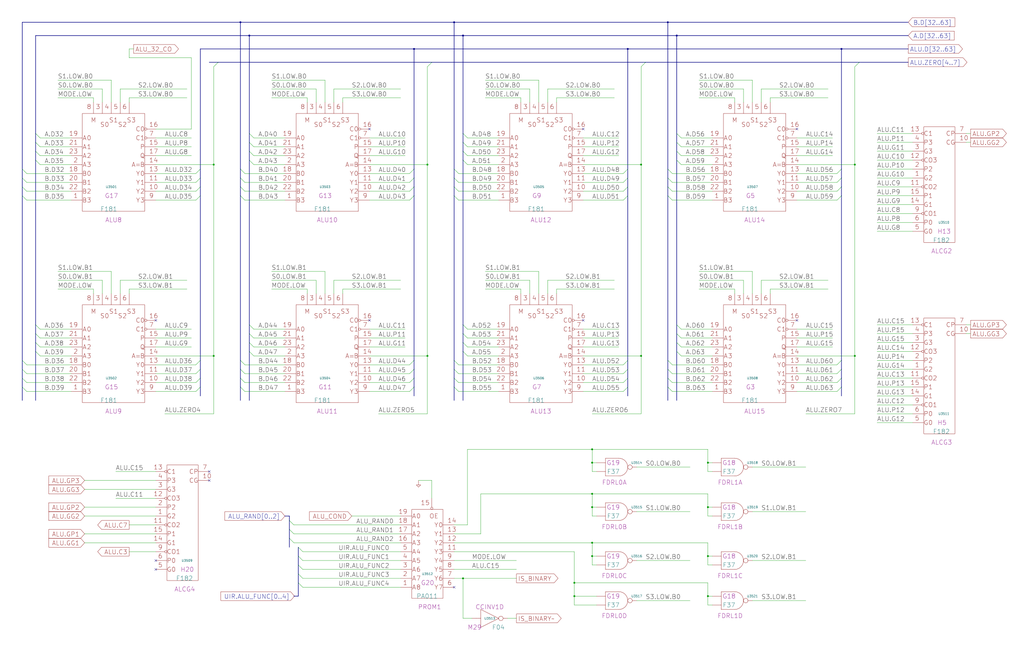
<source format=kicad_sch>
(kicad_sch (version 20211123) (generator eeschema)
  (paper "User" 584.2 378.46)
  (title_block (title "ALU ARRAY\\nLEAST SIGNIFICANT BITS") (date "22-MAR-90") (rev "1.0") (comment 1 "VALUE") (comment 2 "232-003063") (comment 3 "S400") (comment 4 "RELEASED"))
  (bus (pts (xy 114.3 101.6) (xy 114.3 106.68)))
  (bus (pts (xy 114.3 106.68) (xy 114.3 111.76)))
  (bus (pts (xy 114.3 111.76) (xy 114.3 205.74)))
  (bus (pts (xy 114.3 205.74) (xy 114.3 210.82)))
  (bus (pts (xy 114.3 210.82) (xy 114.3 215.9)))
  (bus (pts (xy 114.3 215.9) (xy 114.3 220.98)))
  (bus (pts (xy 114.3 220.98) (xy 114.3 226.06)))
  (bus (pts (xy 114.3 27.94) (xy 114.3 96.52)))
  (bus (pts (xy 114.3 27.94) (xy 236.22 27.94)))
  (bus (pts (xy 114.3 96.52) (xy 114.3 101.6)))
  (bus (pts (xy 119.38 35.56) (xy 124.46 35.56)))
  (bus (pts (xy 12.7 101.6) (xy 12.7 106.68)))
  (bus (pts (xy 12.7 106.68) (xy 12.7 111.76)))
  (bus (pts (xy 12.7 111.76) (xy 12.7 205.74)))
  (bus (pts (xy 12.7 12.7) (xy 12.7 96.52)))
  (bus (pts (xy 12.7 12.7) (xy 137.16 12.7)))
  (bus (pts (xy 12.7 205.74) (xy 12.7 210.82)))
  (bus (pts (xy 12.7 210.82) (xy 12.7 215.9)))
  (bus (pts (xy 12.7 215.9) (xy 12.7 220.98)))
  (bus (pts (xy 12.7 220.98) (xy 12.7 228.6)))
  (bus (pts (xy 12.7 96.52) (xy 12.7 101.6)))
  (bus (pts (xy 124.46 35.56) (xy 246.38 35.56)))
  (bus (pts (xy 137.16 101.6) (xy 137.16 106.68)))
  (bus (pts (xy 137.16 106.68) (xy 137.16 111.76)))
  (bus (pts (xy 137.16 111.76) (xy 137.16 205.74)))
  (bus (pts (xy 137.16 12.7) (xy 137.16 96.52)))
  (bus (pts (xy 137.16 12.7) (xy 259.08 12.7)))
  (bus (pts (xy 137.16 205.74) (xy 137.16 210.82)))
  (bus (pts (xy 137.16 210.82) (xy 137.16 215.9)))
  (bus (pts (xy 137.16 215.9) (xy 137.16 220.98)))
  (bus (pts (xy 137.16 220.98) (xy 137.16 228.6)))
  (bus (pts (xy 137.16 96.52) (xy 137.16 101.6)))
  (bus (pts (xy 142.24 185.42) (xy 142.24 190.5)))
  (bus (pts (xy 142.24 190.5) (xy 142.24 195.58)))
  (bus (pts (xy 142.24 195.58) (xy 142.24 200.66)))
  (bus (pts (xy 142.24 20.32) (xy 142.24 76.2)))
  (bus (pts (xy 142.24 20.32) (xy 264.16 20.32)))
  (bus (pts (xy 142.24 200.66) (xy 142.24 228.6)))
  (bus (pts (xy 142.24 76.2) (xy 142.24 81.28)))
  (bus (pts (xy 142.24 81.28) (xy 142.24 86.36)))
  (bus (pts (xy 142.24 86.36) (xy 142.24 91.44)))
  (bus (pts (xy 142.24 91.44) (xy 142.24 185.42)))
  (bus (pts (xy 162.56 294.64) (xy 165.1 294.64)))
  (bus (pts (xy 165.1 294.64) (xy 165.1 297.18)))
  (bus (pts (xy 165.1 297.18) (xy 165.1 302.26)))
  (bus (pts (xy 165.1 302.26) (xy 165.1 307.34)))
  (bus (pts (xy 165.1 307.34) (xy 165.1 312.42)))
  (bus (pts (xy 167.64 340.36) (xy 170.18 340.36)))
  (bus (pts (xy 170.18 312.42) (xy 170.18 317.5)))
  (bus (pts (xy 170.18 317.5) (xy 170.18 322.58)))
  (bus (pts (xy 170.18 322.58) (xy 170.18 327.66)))
  (bus (pts (xy 170.18 327.66) (xy 170.18 332.74)))
  (bus (pts (xy 170.18 332.74) (xy 170.18 340.36)))
  (bus (pts (xy 20.32 185.42) (xy 20.32 190.5)))
  (bus (pts (xy 20.32 190.5) (xy 20.32 195.58)))
  (bus (pts (xy 20.32 195.58) (xy 20.32 200.66)))
  (bus (pts (xy 20.32 20.32) (xy 142.24 20.32)))
  (bus (pts (xy 20.32 20.32) (xy 20.32 76.2)))
  (bus (pts (xy 20.32 200.66) (xy 20.32 228.6)))
  (bus (pts (xy 20.32 76.2) (xy 20.32 81.28)))
  (bus (pts (xy 20.32 81.28) (xy 20.32 86.36)))
  (bus (pts (xy 20.32 86.36) (xy 20.32 91.44)))
  (bus (pts (xy 20.32 91.44) (xy 20.32 185.42)))
  (bus (pts (xy 236.22 101.6) (xy 236.22 106.68)))
  (bus (pts (xy 236.22 106.68) (xy 236.22 111.76)))
  (bus (pts (xy 236.22 111.76) (xy 236.22 205.74)))
  (bus (pts (xy 236.22 205.74) (xy 236.22 210.82)))
  (bus (pts (xy 236.22 210.82) (xy 236.22 215.9)))
  (bus (pts (xy 236.22 215.9) (xy 236.22 220.98)))
  (bus (pts (xy 236.22 220.98) (xy 236.22 226.06)))
  (bus (pts (xy 236.22 27.94) (xy 236.22 96.52)))
  (bus (pts (xy 236.22 27.94) (xy 358.14 27.94)))
  (bus (pts (xy 236.22 96.52) (xy 236.22 101.6)))
  (bus (pts (xy 246.38 35.56) (xy 368.3 35.56)))
  (bus (pts (xy 259.08 101.6) (xy 259.08 106.68)))
  (bus (pts (xy 259.08 106.68) (xy 259.08 111.76)))
  (bus (pts (xy 259.08 111.76) (xy 259.08 205.74)))
  (bus (pts (xy 259.08 12.7) (xy 259.08 96.52)))
  (bus (pts (xy 259.08 12.7) (xy 381 12.7)))
  (bus (pts (xy 259.08 205.74) (xy 259.08 210.82)))
  (bus (pts (xy 259.08 210.82) (xy 259.08 215.9)))
  (bus (pts (xy 259.08 215.9) (xy 259.08 220.98)))
  (bus (pts (xy 259.08 220.98) (xy 259.08 228.6)))
  (bus (pts (xy 259.08 96.52) (xy 259.08 101.6)))
  (bus (pts (xy 264.16 185.42) (xy 264.16 190.5)))
  (bus (pts (xy 264.16 190.5) (xy 264.16 195.58)))
  (bus (pts (xy 264.16 195.58) (xy 264.16 200.66)))
  (bus (pts (xy 264.16 20.32) (xy 264.16 76.2)))
  (bus (pts (xy 264.16 20.32) (xy 386.08 20.32)))
  (bus (pts (xy 264.16 200.66) (xy 264.16 228.6)))
  (bus (pts (xy 264.16 76.2) (xy 264.16 81.28)))
  (bus (pts (xy 264.16 81.28) (xy 264.16 86.36)))
  (bus (pts (xy 264.16 86.36) (xy 264.16 91.44)))
  (bus (pts (xy 264.16 91.44) (xy 264.16 185.42)))
  (bus (pts (xy 358.14 101.6) (xy 358.14 106.68)))
  (bus (pts (xy 358.14 106.68) (xy 358.14 111.76)))
  (bus (pts (xy 358.14 111.76) (xy 358.14 205.74)))
  (bus (pts (xy 358.14 205.74) (xy 358.14 210.82)))
  (bus (pts (xy 358.14 210.82) (xy 358.14 215.9)))
  (bus (pts (xy 358.14 215.9) (xy 358.14 220.98)))
  (bus (pts (xy 358.14 220.98) (xy 358.14 226.06)))
  (bus (pts (xy 358.14 27.94) (xy 358.14 96.52)))
  (bus (pts (xy 358.14 27.94) (xy 480.06 27.94)))
  (bus (pts (xy 358.14 96.52) (xy 358.14 101.6)))
  (bus (pts (xy 368.3 35.56) (xy 490.22 35.56)))
  (bus (pts (xy 381 101.6) (xy 381 106.68)))
  (bus (pts (xy 381 106.68) (xy 381 111.76)))
  (bus (pts (xy 381 111.76) (xy 381 205.74)))
  (bus (pts (xy 381 12.7) (xy 381 96.52)))
  (bus (pts (xy 381 12.7) (xy 518.16 12.7)))
  (bus (pts (xy 381 205.74) (xy 381 210.82)))
  (bus (pts (xy 381 210.82) (xy 381 215.9)))
  (bus (pts (xy 381 215.9) (xy 381 220.98)))
  (bus (pts (xy 381 220.98) (xy 381 228.6)))
  (bus (pts (xy 381 96.52) (xy 381 101.6)))
  (bus (pts (xy 386.08 185.42) (xy 386.08 190.5)))
  (bus (pts (xy 386.08 190.5) (xy 386.08 195.58)))
  (bus (pts (xy 386.08 195.58) (xy 386.08 200.66)))
  (bus (pts (xy 386.08 20.32) (xy 386.08 76.2)))
  (bus (pts (xy 386.08 20.32) (xy 518.16 20.32)))
  (bus (pts (xy 386.08 200.66) (xy 386.08 228.6)))
  (bus (pts (xy 386.08 76.2) (xy 386.08 81.28)))
  (bus (pts (xy 386.08 81.28) (xy 386.08 86.36)))
  (bus (pts (xy 386.08 86.36) (xy 386.08 91.44)))
  (bus (pts (xy 386.08 91.44) (xy 386.08 185.42)))
  (bus (pts (xy 480.06 101.6) (xy 480.06 106.68)))
  (bus (pts (xy 480.06 106.68) (xy 480.06 111.76)))
  (bus (pts (xy 480.06 111.76) (xy 480.06 205.74)))
  (bus (pts (xy 480.06 205.74) (xy 480.06 210.82)))
  (bus (pts (xy 480.06 210.82) (xy 480.06 215.9)))
  (bus (pts (xy 480.06 215.9) (xy 480.06 220.98)))
  (bus (pts (xy 480.06 220.98) (xy 480.06 226.06)))
  (bus (pts (xy 480.06 27.94) (xy 480.06 96.52)))
  (bus (pts (xy 480.06 27.94) (xy 518.16 27.94)))
  (bus (pts (xy 480.06 96.52) (xy 480.06 101.6)))
  (bus (pts (xy 490.22 35.56) (xy 518.16 35.56)))
  (wire (pts (xy 109.22 33.02) (xy 109.22 73.66)))
  (wire (pts (xy 121.92 203.2) (xy 121.92 93.98)))
  (wire (pts (xy 121.92 236.22) (xy 121.92 203.2)))
  (wire (pts (xy 121.92 93.98) (xy 121.92 38.1)))
  (wire (pts (xy 139.7 104.14) (xy 162.56 104.14)))
  (wire (pts (xy 139.7 109.22) (xy 162.56 109.22)))
  (wire (pts (xy 139.7 114.3) (xy 162.56 114.3)))
  (wire (pts (xy 139.7 208.28) (xy 162.56 208.28)))
  (wire (pts (xy 139.7 213.36) (xy 162.56 213.36)))
  (wire (pts (xy 139.7 218.44) (xy 162.56 218.44)))
  (wire (pts (xy 139.7 223.52) (xy 162.56 223.52)))
  (wire (pts (xy 139.7 99.06) (xy 162.56 99.06)))
  (wire (pts (xy 144.78 187.96) (xy 162.56 187.96)))
  (wire (pts (xy 144.78 193.04) (xy 162.56 193.04)))
  (wire (pts (xy 144.78 198.12) (xy 162.56 198.12)))
  (wire (pts (xy 144.78 203.2) (xy 162.56 203.2)))
  (wire (pts (xy 144.78 78.74) (xy 162.56 78.74)))
  (wire (pts (xy 144.78 83.82) (xy 162.56 83.82)))
  (wire (pts (xy 144.78 88.9) (xy 162.56 88.9)))
  (wire (pts (xy 144.78 93.98) (xy 162.56 93.98)))
  (wire (pts (xy 15.24 104.14) (xy 40.64 104.14)))
  (wire (pts (xy 15.24 109.22) (xy 40.64 109.22)))
  (wire (pts (xy 15.24 114.3) (xy 40.64 114.3)))
  (wire (pts (xy 15.24 208.28) (xy 40.64 208.28)))
  (wire (pts (xy 15.24 213.36) (xy 40.64 213.36)))
  (wire (pts (xy 15.24 218.44) (xy 40.64 218.44)))
  (wire (pts (xy 15.24 223.52) (xy 40.64 223.52)))
  (wire (pts (xy 15.24 99.06) (xy 40.64 99.06)))
  (wire (pts (xy 154.94 154.94) (xy 185.42 154.94)))
  (wire (pts (xy 154.94 160.02) (xy 180.34 160.02)))
  (wire (pts (xy 154.94 165.1) (xy 175.26 165.1)))
  (wire (pts (xy 154.94 45.72) (xy 185.42 45.72)))
  (wire (pts (xy 154.94 50.8) (xy 180.34 50.8)))
  (wire (pts (xy 154.94 55.88) (xy 175.26 55.88)))
  (wire (pts (xy 167.64 299.72) (xy 228.6 299.72)))
  (wire (pts (xy 167.64 304.8) (xy 228.6 304.8)))
  (wire (pts (xy 167.64 309.88) (xy 228.6 309.88)))
  (wire (pts (xy 172.72 314.96) (xy 228.6 314.96)))
  (wire (pts (xy 172.72 320.04) (xy 228.6 320.04)))
  (wire (pts (xy 172.72 325.12) (xy 228.6 325.12)))
  (wire (pts (xy 172.72 330.2) (xy 228.6 330.2)))
  (wire (pts (xy 172.72 335.28) (xy 228.6 335.28)))
  (wire (pts (xy 175.26 167.64) (xy 175.26 165.1)))
  (wire (pts (xy 175.26 58.42) (xy 175.26 55.88)))
  (wire (pts (xy 180.34 167.64) (xy 180.34 160.02)))
  (wire (pts (xy 180.34 58.42) (xy 180.34 50.8)))
  (wire (pts (xy 185.42 167.64) (xy 185.42 154.94)))
  (wire (pts (xy 185.42 58.42) (xy 185.42 45.72)))
  (wire (pts (xy 190.5 160.02) (xy 228.6 160.02)))
  (wire (pts (xy 190.5 167.64) (xy 190.5 160.02)))
  (wire (pts (xy 190.5 50.8) (xy 228.6 50.8)))
  (wire (pts (xy 190.5 58.42) (xy 190.5 50.8)))
  (wire (pts (xy 195.58 165.1) (xy 228.6 165.1)))
  (wire (pts (xy 195.58 167.64) (xy 195.58 165.1)))
  (wire (pts (xy 195.58 55.88) (xy 228.6 55.88)))
  (wire (pts (xy 195.58 58.42) (xy 195.58 55.88)))
  (wire (pts (xy 200.66 294.64) (xy 228.6 294.64)))
  (wire (pts (xy 210.82 104.14) (xy 233.68 104.14)))
  (wire (pts (xy 210.82 109.22) (xy 233.68 109.22)))
  (wire (pts (xy 210.82 114.3) (xy 233.68 114.3)))
  (wire (pts (xy 210.82 187.96) (xy 231.14 187.96)))
  (wire (pts (xy 210.82 193.04) (xy 231.14 193.04)))
  (wire (pts (xy 210.82 198.12) (xy 231.14 198.12)))
  (wire (pts (xy 210.82 203.2) (xy 243.84 203.2)))
  (wire (pts (xy 210.82 208.28) (xy 233.68 208.28)))
  (wire (pts (xy 210.82 213.36) (xy 233.68 213.36)))
  (wire (pts (xy 210.82 218.44) (xy 233.68 218.44)))
  (wire (pts (xy 210.82 223.52) (xy 233.68 223.52)))
  (wire (pts (xy 210.82 78.74) (xy 231.14 78.74)))
  (wire (pts (xy 210.82 83.82) (xy 231.14 83.82)))
  (wire (pts (xy 210.82 88.9) (xy 231.14 88.9)))
  (wire (pts (xy 210.82 93.98) (xy 243.84 93.98)))
  (wire (pts (xy 210.82 99.06) (xy 233.68 99.06)))
  (wire (pts (xy 215.9 236.22) (xy 243.84 236.22)))
  (wire (pts (xy 22.86 187.96) (xy 40.64 187.96)))
  (wire (pts (xy 22.86 193.04) (xy 40.64 193.04)))
  (wire (pts (xy 22.86 198.12) (xy 40.64 198.12)))
  (wire (pts (xy 22.86 203.2) (xy 40.64 203.2)))
  (wire (pts (xy 22.86 78.74) (xy 40.64 78.74)))
  (wire (pts (xy 22.86 83.82) (xy 40.64 83.82)))
  (wire (pts (xy 22.86 88.9) (xy 40.64 88.9)))
  (wire (pts (xy 22.86 93.98) (xy 40.64 93.98)))
  (wire (pts (xy 238.76 274.32) (xy 246.38 274.32)))
  (wire (pts (xy 243.84 203.2) (xy 243.84 93.98)))
  (wire (pts (xy 243.84 236.22) (xy 243.84 203.2)))
  (wire (pts (xy 243.84 93.98) (xy 243.84 38.1)))
  (wire (pts (xy 246.38 274.32) (xy 246.38 284.48)))
  (wire (pts (xy 259.08 299.72) (xy 266.7 299.72)))
  (wire (pts (xy 259.08 304.8) (xy 274.32 304.8)))
  (wire (pts (xy 259.08 314.96) (xy 327.66 314.96)))
  (wire (pts (xy 259.08 320.04) (xy 294.64 320.04)))
  (wire (pts (xy 259.08 325.12) (xy 294.64 325.12)))
  (wire (pts (xy 259.08 330.2) (xy 264.16 330.2)))
  (wire (pts (xy 261.62 104.14) (xy 284.48 104.14)))
  (wire (pts (xy 261.62 109.22) (xy 284.48 109.22)))
  (wire (pts (xy 261.62 114.3) (xy 284.48 114.3)))
  (wire (pts (xy 261.62 208.28) (xy 284.48 208.28)))
  (wire (pts (xy 261.62 213.36) (xy 284.48 213.36)))
  (wire (pts (xy 261.62 218.44) (xy 284.48 218.44)))
  (wire (pts (xy 261.62 223.52) (xy 284.48 223.52)))
  (wire (pts (xy 261.62 99.06) (xy 284.48 99.06)))
  (wire (pts (xy 264.16 330.2) (xy 264.16 353.06)))
  (wire (pts (xy 264.16 330.2) (xy 294.64 330.2)))
  (wire (pts (xy 264.16 353.06) (xy 269.24 353.06)))
  (wire (pts (xy 266.7 187.96) (xy 284.48 187.96)))
  (wire (pts (xy 266.7 193.04) (xy 284.48 193.04)))
  (wire (pts (xy 266.7 198.12) (xy 284.48 198.12)))
  (wire (pts (xy 266.7 203.2) (xy 284.48 203.2)))
  (wire (pts (xy 266.7 256.54) (xy 337.82 256.54)))
  (wire (pts (xy 266.7 299.72) (xy 266.7 256.54)))
  (wire (pts (xy 266.7 78.74) (xy 284.48 78.74)))
  (wire (pts (xy 266.7 83.82) (xy 284.48 83.82)))
  (wire (pts (xy 266.7 88.9) (xy 284.48 88.9)))
  (wire (pts (xy 266.7 93.98) (xy 284.48 93.98)))
  (wire (pts (xy 274.32 281.94) (xy 337.82 281.94)))
  (wire (pts (xy 274.32 304.8) (xy 274.32 281.94)))
  (wire (pts (xy 276.86 154.94) (xy 307.34 154.94)))
  (wire (pts (xy 276.86 160.02) (xy 302.26 160.02)))
  (wire (pts (xy 276.86 165.1) (xy 297.18 165.1)))
  (wire (pts (xy 276.86 45.72) (xy 307.34 45.72)))
  (wire (pts (xy 276.86 50.8) (xy 302.26 50.8)))
  (wire (pts (xy 276.86 55.88) (xy 297.18 55.88)))
  (wire (pts (xy 289.56 353.06) (xy 294.64 353.06)))
  (wire (pts (xy 297.18 167.64) (xy 297.18 165.1)))
  (wire (pts (xy 297.18 58.42) (xy 297.18 55.88)))
  (wire (pts (xy 302.26 167.64) (xy 302.26 160.02)))
  (wire (pts (xy 302.26 58.42) (xy 302.26 50.8)))
  (wire (pts (xy 307.34 167.64) (xy 307.34 154.94)))
  (wire (pts (xy 307.34 58.42) (xy 307.34 45.72)))
  (wire (pts (xy 312.42 160.02) (xy 350.52 160.02)))
  (wire (pts (xy 312.42 167.64) (xy 312.42 160.02)))
  (wire (pts (xy 312.42 50.8) (xy 350.52 50.8)))
  (wire (pts (xy 312.42 58.42) (xy 312.42 50.8)))
  (wire (pts (xy 317.5 165.1) (xy 350.52 165.1)))
  (wire (pts (xy 317.5 167.64) (xy 317.5 165.1)))
  (wire (pts (xy 317.5 55.88) (xy 350.52 55.88)))
  (wire (pts (xy 317.5 58.42) (xy 317.5 55.88)))
  (wire (pts (xy 327.66 314.96) (xy 327.66 332.74)))
  (wire (pts (xy 327.66 332.74) (xy 327.66 340.36)))
  (wire (pts (xy 327.66 332.74) (xy 403.86 332.74)))
  (wire (pts (xy 327.66 340.36) (xy 327.66 345.44)))
  (wire (pts (xy 327.66 340.36) (xy 340.36 340.36)))
  (wire (pts (xy 327.66 345.44) (xy 340.36 345.44)))
  (wire (pts (xy 33.02 154.94) (xy 63.5 154.94)))
  (wire (pts (xy 33.02 160.02) (xy 58.42 160.02)))
  (wire (pts (xy 33.02 165.1) (xy 53.34 165.1)))
  (wire (pts (xy 33.02 45.72) (xy 63.5 45.72)))
  (wire (pts (xy 33.02 50.8) (xy 58.42 50.8)))
  (wire (pts (xy 33.02 55.88) (xy 53.34 55.88)))
  (wire (pts (xy 332.74 104.14) (xy 355.6 104.14)))
  (wire (pts (xy 332.74 109.22) (xy 355.6 109.22)))
  (wire (pts (xy 332.74 114.3) (xy 355.6 114.3)))
  (wire (pts (xy 332.74 187.96) (xy 353.06 187.96)))
  (wire (pts (xy 332.74 193.04) (xy 353.06 193.04)))
  (wire (pts (xy 332.74 198.12) (xy 353.06 198.12)))
  (wire (pts (xy 332.74 203.2) (xy 365.76 203.2)))
  (wire (pts (xy 332.74 208.28) (xy 355.6 208.28)))
  (wire (pts (xy 332.74 213.36) (xy 355.6 213.36)))
  (wire (pts (xy 332.74 218.44) (xy 355.6 218.44)))
  (wire (pts (xy 332.74 223.52) (xy 355.6 223.52)))
  (wire (pts (xy 332.74 78.74) (xy 353.06 78.74)))
  (wire (pts (xy 332.74 83.82) (xy 353.06 83.82)))
  (wire (pts (xy 332.74 88.9) (xy 353.06 88.9)))
  (wire (pts (xy 332.74 93.98) (xy 365.76 93.98)))
  (wire (pts (xy 332.74 99.06) (xy 355.6 99.06)))
  (wire (pts (xy 337.82 236.22) (xy 365.76 236.22)))
  (wire (pts (xy 337.82 256.54) (xy 403.86 256.54)))
  (wire (pts (xy 337.82 264.16) (xy 337.82 256.54)))
  (wire (pts (xy 337.82 264.16) (xy 340.36 264.16)))
  (wire (pts (xy 337.82 269.24) (xy 337.82 264.16)))
  (wire (pts (xy 337.82 281.94) (xy 337.82 289.56)))
  (wire (pts (xy 337.82 281.94) (xy 403.86 281.94)))
  (wire (pts (xy 337.82 289.56) (xy 337.82 294.64)))
  (wire (pts (xy 337.82 289.56) (xy 340.36 289.56)))
  (wire (pts (xy 337.82 309.88) (xy 259.08 309.88)))
  (wire (pts (xy 337.82 317.5) (xy 337.82 309.88)))
  (wire (pts (xy 337.82 317.5) (xy 340.36 317.5)))
  (wire (pts (xy 337.82 322.58) (xy 337.82 317.5)))
  (wire (pts (xy 340.36 269.24) (xy 337.82 269.24)))
  (wire (pts (xy 340.36 294.64) (xy 337.82 294.64)))
  (wire (pts (xy 340.36 322.58) (xy 337.82 322.58)))
  (wire (pts (xy 363.22 266.7) (xy 393.7 266.7)))
  (wire (pts (xy 363.22 292.1) (xy 393.7 292.1)))
  (wire (pts (xy 363.22 320.04) (xy 393.7 320.04)))
  (wire (pts (xy 363.22 342.9) (xy 393.7 342.9)))
  (wire (pts (xy 365.76 203.2) (xy 365.76 93.98)))
  (wire (pts (xy 365.76 236.22) (xy 365.76 203.2)))
  (wire (pts (xy 365.76 93.98) (xy 365.76 38.1)))
  (wire (pts (xy 383.54 104.14) (xy 406.4 104.14)))
  (wire (pts (xy 383.54 109.22) (xy 406.4 109.22)))
  (wire (pts (xy 383.54 114.3) (xy 406.4 114.3)))
  (wire (pts (xy 383.54 208.28) (xy 406.4 208.28)))
  (wire (pts (xy 383.54 213.36) (xy 406.4 213.36)))
  (wire (pts (xy 383.54 218.44) (xy 406.4 218.44)))
  (wire (pts (xy 383.54 223.52) (xy 406.4 223.52)))
  (wire (pts (xy 383.54 99.06) (xy 406.4 99.06)))
  (wire (pts (xy 388.62 187.96) (xy 406.4 187.96)))
  (wire (pts (xy 388.62 193.04) (xy 406.4 193.04)))
  (wire (pts (xy 388.62 198.12) (xy 406.4 198.12)))
  (wire (pts (xy 388.62 203.2) (xy 406.4 203.2)))
  (wire (pts (xy 388.62 78.74) (xy 406.4 78.74)))
  (wire (pts (xy 388.62 83.82) (xy 406.4 83.82)))
  (wire (pts (xy 388.62 88.9) (xy 406.4 88.9)))
  (wire (pts (xy 388.62 93.98) (xy 406.4 93.98)))
  (wire (pts (xy 398.78 154.94) (xy 429.26 154.94)))
  (wire (pts (xy 398.78 160.02) (xy 424.18 160.02)))
  (wire (pts (xy 398.78 165.1) (xy 419.1 165.1)))
  (wire (pts (xy 398.78 45.72) (xy 429.26 45.72)))
  (wire (pts (xy 398.78 50.8) (xy 424.18 50.8)))
  (wire (pts (xy 398.78 55.88) (xy 419.1 55.88)))
  (wire (pts (xy 403.86 256.54) (xy 403.86 264.16)))
  (wire (pts (xy 403.86 264.16) (xy 403.86 269.24)))
  (wire (pts (xy 403.86 264.16) (xy 406.4 264.16)))
  (wire (pts (xy 403.86 269.24) (xy 406.4 269.24)))
  (wire (pts (xy 403.86 281.94) (xy 403.86 289.56)))
  (wire (pts (xy 403.86 289.56) (xy 403.86 294.64)))
  (wire (pts (xy 403.86 289.56) (xy 406.4 289.56)))
  (wire (pts (xy 403.86 294.64) (xy 406.4 294.64)))
  (wire (pts (xy 403.86 309.88) (xy 337.82 309.88)))
  (wire (pts (xy 403.86 317.5) (xy 403.86 309.88)))
  (wire (pts (xy 403.86 317.5) (xy 406.4 317.5)))
  (wire (pts (xy 403.86 322.58) (xy 403.86 317.5)))
  (wire (pts (xy 403.86 332.74) (xy 403.86 340.36)))
  (wire (pts (xy 403.86 340.36) (xy 403.86 345.44)))
  (wire (pts (xy 403.86 340.36) (xy 406.4 340.36)))
  (wire (pts (xy 403.86 345.44) (xy 406.4 345.44)))
  (wire (pts (xy 406.4 322.58) (xy 403.86 322.58)))
  (wire (pts (xy 419.1 167.64) (xy 419.1 165.1)))
  (wire (pts (xy 419.1 58.42) (xy 419.1 55.88)))
  (wire (pts (xy 424.18 167.64) (xy 424.18 160.02)))
  (wire (pts (xy 424.18 58.42) (xy 424.18 50.8)))
  (wire (pts (xy 429.26 167.64) (xy 429.26 154.94)))
  (wire (pts (xy 429.26 266.7) (xy 459.74 266.7)))
  (wire (pts (xy 429.26 292.1) (xy 459.74 292.1)))
  (wire (pts (xy 429.26 320.04) (xy 459.74 320.04)))
  (wire (pts (xy 429.26 342.9) (xy 459.74 342.9)))
  (wire (pts (xy 429.26 58.42) (xy 429.26 45.72)))
  (wire (pts (xy 434.34 160.02) (xy 472.44 160.02)))
  (wire (pts (xy 434.34 167.64) (xy 434.34 160.02)))
  (wire (pts (xy 434.34 50.8) (xy 472.44 50.8)))
  (wire (pts (xy 434.34 58.42) (xy 434.34 50.8)))
  (wire (pts (xy 439.42 165.1) (xy 472.44 165.1)))
  (wire (pts (xy 439.42 167.64) (xy 439.42 165.1)))
  (wire (pts (xy 439.42 55.88) (xy 472.44 55.88)))
  (wire (pts (xy 439.42 58.42) (xy 439.42 55.88)))
  (wire (pts (xy 454.66 104.14) (xy 477.52 104.14)))
  (wire (pts (xy 454.66 109.22) (xy 477.52 109.22)))
  (wire (pts (xy 454.66 114.3) (xy 477.52 114.3)))
  (wire (pts (xy 454.66 187.96) (xy 474.98 187.96)))
  (wire (pts (xy 454.66 193.04) (xy 474.98 193.04)))
  (wire (pts (xy 454.66 198.12) (xy 474.98 198.12)))
  (wire (pts (xy 454.66 203.2) (xy 487.68 203.2)))
  (wire (pts (xy 454.66 208.28) (xy 477.52 208.28)))
  (wire (pts (xy 454.66 213.36) (xy 477.52 213.36)))
  (wire (pts (xy 454.66 218.44) (xy 477.52 218.44)))
  (wire (pts (xy 454.66 223.52) (xy 477.52 223.52)))
  (wire (pts (xy 454.66 78.74) (xy 474.98 78.74)))
  (wire (pts (xy 454.66 83.82) (xy 474.98 83.82)))
  (wire (pts (xy 454.66 88.9) (xy 474.98 88.9)))
  (wire (pts (xy 454.66 93.98) (xy 487.68 93.98)))
  (wire (pts (xy 454.66 99.06) (xy 477.52 99.06)))
  (wire (pts (xy 459.74 236.22) (xy 487.68 236.22)))
  (wire (pts (xy 48.26 274.32) (xy 88.9 274.32)))
  (wire (pts (xy 48.26 279.4) (xy 88.9 279.4)))
  (wire (pts (xy 48.26 289.56) (xy 88.9 289.56)))
  (wire (pts (xy 48.26 294.64) (xy 88.9 294.64)))
  (wire (pts (xy 48.26 304.8) (xy 88.9 304.8)))
  (wire (pts (xy 48.26 309.88) (xy 88.9 309.88)))
  (wire (pts (xy 487.68 203.2) (xy 487.68 93.98)))
  (wire (pts (xy 487.68 236.22) (xy 487.68 203.2)))
  (wire (pts (xy 487.68 93.98) (xy 487.68 38.1)))
  (wire (pts (xy 500.38 101.6) (xy 520.7 101.6)))
  (wire (pts (xy 500.38 106.68) (xy 520.7 106.68)))
  (wire (pts (xy 500.38 111.76) (xy 520.7 111.76)))
  (wire (pts (xy 500.38 116.84) (xy 520.7 116.84)))
  (wire (pts (xy 500.38 121.92) (xy 520.7 121.92)))
  (wire (pts (xy 500.38 127) (xy 520.7 127)))
  (wire (pts (xy 500.38 132.08) (xy 520.7 132.08)))
  (wire (pts (xy 500.38 185.42) (xy 520.7 185.42)))
  (wire (pts (xy 500.38 190.5) (xy 520.7 190.5)))
  (wire (pts (xy 500.38 195.58) (xy 520.7 195.58)))
  (wire (pts (xy 500.38 200.66) (xy 520.7 200.66)))
  (wire (pts (xy 500.38 205.74) (xy 520.7 205.74)))
  (wire (pts (xy 500.38 210.82) (xy 520.7 210.82)))
  (wire (pts (xy 500.38 215.9) (xy 520.7 215.9)))
  (wire (pts (xy 500.38 220.98) (xy 520.7 220.98)))
  (wire (pts (xy 500.38 226.06) (xy 520.7 226.06)))
  (wire (pts (xy 500.38 231.14) (xy 520.7 231.14)))
  (wire (pts (xy 500.38 236.22) (xy 520.7 236.22)))
  (wire (pts (xy 500.38 241.3) (xy 520.7 241.3)))
  (wire (pts (xy 500.38 76.2) (xy 520.7 76.2)))
  (wire (pts (xy 500.38 81.28) (xy 520.7 81.28)))
  (wire (pts (xy 500.38 86.36) (xy 520.7 86.36)))
  (wire (pts (xy 500.38 91.44) (xy 520.7 91.44)))
  (wire (pts (xy 500.38 96.52) (xy 520.7 96.52)))
  (wire (pts (xy 53.34 167.64) (xy 53.34 165.1)))
  (wire (pts (xy 53.34 58.42) (xy 53.34 55.88)))
  (wire (pts (xy 551.18 185.42) (xy 553.72 185.42)))
  (wire (pts (xy 551.18 190.5) (xy 553.72 190.5)))
  (wire (pts (xy 551.18 76.2) (xy 553.72 76.2)))
  (wire (pts (xy 551.18 81.28) (xy 553.72 81.28)))
  (wire (pts (xy 58.42 167.64) (xy 58.42 160.02)))
  (wire (pts (xy 58.42 58.42) (xy 58.42 50.8)))
  (wire (pts (xy 63.5 167.64) (xy 63.5 154.94)))
  (wire (pts (xy 63.5 58.42) (xy 63.5 45.72)))
  (wire (pts (xy 66.04 269.24) (xy 88.9 269.24)))
  (wire (pts (xy 66.04 284.48) (xy 88.9 284.48)))
  (wire (pts (xy 68.58 160.02) (xy 106.68 160.02)))
  (wire (pts (xy 68.58 167.64) (xy 68.58 160.02)))
  (wire (pts (xy 68.58 50.8) (xy 106.68 50.8)))
  (wire (pts (xy 68.58 58.42) (xy 68.58 50.8)))
  (wire (pts (xy 73.66 165.1) (xy 106.68 165.1)))
  (wire (pts (xy 73.66 167.64) (xy 73.66 165.1)))
  (wire (pts (xy 73.66 27.94) (xy 73.66 33.02)))
  (wire (pts (xy 73.66 299.72) (xy 88.9 299.72)))
  (wire (pts (xy 73.66 314.96) (xy 88.9 314.96)))
  (wire (pts (xy 73.66 33.02) (xy 109.22 33.02)))
  (wire (pts (xy 73.66 55.88) (xy 106.68 55.88)))
  (wire (pts (xy 73.66 58.42) (xy 73.66 55.88)))
  (wire (pts (xy 76.2 27.94) (xy 73.66 27.94)))
  (wire (pts (xy 88.9 104.14) (xy 111.76 104.14)))
  (wire (pts (xy 88.9 109.22) (xy 111.76 109.22)))
  (wire (pts (xy 88.9 114.3) (xy 111.76 114.3)))
  (wire (pts (xy 88.9 187.96) (xy 109.22 187.96)))
  (wire (pts (xy 88.9 193.04) (xy 109.22 193.04)))
  (wire (pts (xy 88.9 198.12) (xy 109.22 198.12)))
  (wire (pts (xy 88.9 203.2) (xy 121.92 203.2)))
  (wire (pts (xy 88.9 208.28) (xy 111.76 208.28)))
  (wire (pts (xy 88.9 213.36) (xy 111.76 213.36)))
  (wire (pts (xy 88.9 218.44) (xy 111.76 218.44)))
  (wire (pts (xy 88.9 223.52) (xy 111.76 223.52)))
  (wire (pts (xy 88.9 73.66) (xy 109.22 73.66)))
  (wire (pts (xy 88.9 78.74) (xy 109.22 78.74)))
  (wire (pts (xy 88.9 83.82) (xy 109.22 83.82)))
  (wire (pts (xy 88.9 88.9) (xy 109.22 88.9)))
  (wire (pts (xy 88.9 93.98) (xy 121.92 93.98)))
  (wire (pts (xy 88.9 99.06) (xy 111.76 99.06)))
  (wire (pts (xy 93.98 236.22) (xy 121.92 236.22)))
  (bus_entry (at 12.7 96.52) (size 2.54 2.54))
  (bus_entry (at 12.7 101.6) (size 2.54 2.54))
  (bus_entry (at 12.7 106.68) (size 2.54 2.54))
  (bus_entry (at 12.7 111.76) (size 2.54 2.54))
  (bus_entry (at 12.7 205.74) (size 2.54 2.54))
  (bus_entry (at 12.7 210.82) (size 2.54 2.54))
  (bus_entry (at 12.7 215.9) (size 2.54 2.54))
  (bus_entry (at 12.7 220.98) (size 2.54 2.54))
  (bus_entry (at 20.32 76.2) (size 2.54 2.54))
  (bus_entry (at 20.32 81.28) (size 2.54 2.54))
  (bus_entry (at 20.32 86.36) (size 2.54 2.54))
  (bus_entry (at 20.32 91.44) (size 2.54 2.54))
  (bus_entry (at 20.32 185.42) (size 2.54 2.54))
  (bus_entry (at 20.32 190.5) (size 2.54 2.54))
  (bus_entry (at 20.32 195.58) (size 2.54 2.54))
  (bus_entry (at 20.32 200.66) (size 2.54 2.54))
  (label "A.D32" (at 25.4 78.74 0) (effects (font (size 2.54 2.54))))
  (label "A.D33" (at 25.4 83.82 0) (effects (font (size 2.54 2.54))))
  (label "A.D34" (at 25.4 88.9 0) (effects (font (size 2.54 2.54))))
  (label "A.D35" (at 25.4 93.98 0) (effects (font (size 2.54 2.54))))
  (label "B.D32" (at 25.4 99.06 0) (effects (font (size 2.54 2.54))))
  (label "B.D33" (at 25.4 104.14 0) (effects (font (size 2.54 2.54))))
  (label "B.D34" (at 25.4 109.22 0) (effects (font (size 2.54 2.54))))
  (label "B.D35" (at 25.4 114.3 0) (effects (font (size 2.54 2.54))))
  (label "A.D36" (at 25.4 187.96 0) (effects (font (size 2.54 2.54))))
  (label "A.D37" (at 25.4 193.04 0) (effects (font (size 2.54 2.54))))
  (label "A.D38" (at 25.4 198.12 0) (effects (font (size 2.54 2.54))))
  (label "A.D39" (at 25.4 203.2 0) (effects (font (size 2.54 2.54))))
  (label "B.D36" (at 25.4 208.28 0) (effects (font (size 2.54 2.54))))
  (label "B.D37" (at 25.4 213.36 0) (effects (font (size 2.54 2.54))))
  (label "B.D38" (at 25.4 218.44 0) (effects (font (size 2.54 2.54))))
  (label "B.D39" (at 25.4 223.52 0) (effects (font (size 2.54 2.54))))
  (label "S1.LOW.B0" (at 33.02 45.72 0) (effects (font (size 2.54 2.54))))
  (label "S0.LOW.B0" (at 33.02 50.8 0) (effects (font (size 2.54 2.54))))
  (label "MODE.LOW" (at 33.02 55.88 0) (effects (font (size 2.54 2.54))))
  (label "S1.LOW.B1" (at 33.02 154.94 0) (effects (font (size 2.54 2.54))))
  (label "S0.LOW.B1" (at 33.02 160.02 0) (effects (font (size 2.54 2.54))))
  (label "MODE.LOW" (at 33.02 165.1 0) (effects (font (size 2.54 2.54))))
  (global_label "ALU.GP3" (shape input) (at 48.26 274.32 180) (effects (font (size 2.54 2.54))) (property "Intersheet References" "${INTERSHEET_REFS}" (at 27.8311 274.1613 0) (effects (font (size 2.54 2.54)) (justify right))))
  (global_label "ALU.GG3" (shape input) (at 48.26 279.4 180) (effects (font (size 2.54 2.54))) (property "Intersheet References" "${INTERSHEET_REFS}" (at 27.8311 279.2413 0) (effects (font (size 2.54 2.54)) (justify right))))
  (global_label "ALU.GP2" (shape input) (at 48.26 289.56 180) (effects (font (size 2.54 2.54))) (property "Intersheet References" "${INTERSHEET_REFS}" (at 27.8311 289.4013 0) (effects (font (size 2.54 2.54)) (justify right))))
  (global_label "ALU.GG2" (shape input) (at 48.26 294.64 180) (effects (font (size 2.54 2.54))) (property "Intersheet References" "${INTERSHEET_REFS}" (at 27.8311 294.4813 0) (effects (font (size 2.54 2.54)) (justify right))))
  (global_label "ALU.GP1" (shape input) (at 48.26 304.8 180) (effects (font (size 2.54 2.54))) (property "Intersheet References" "${INTERSHEET_REFS}" (at 27.8311 304.6413 0) (effects (font (size 2.54 2.54)) (justify right))))
  (global_label "ALU.GG1" (shape input) (at 48.26 309.88 180) (effects (font (size 2.54 2.54))) (property "Intersheet References" "${INTERSHEET_REFS}" (at 27.8311 309.7213 0) (effects (font (size 2.54 2.54)) (justify right))))
  (symbol (lib_id "r1000:F181") (at 60.96 111.76 0) (unit 1)
    (property "Reference" "U3501" (at 63.5 106.68 0))
    (property "Value" "F181" (at 57.15 119.38 0) (effects (font (size 2.54 2.54)) (justify left)))
    (property "Location" "G17" (at 59.69 111.76 0) (effects (font (size 2.54 2.54)) (justify left)))
    (property "Name" "ALU8" (at 64.77 127 0) (effects (font (size 2.54 2.54)) (justify bottom)))
  )
  (symbol (lib_id "r1000:F181") (at 60.96 220.98 0) (unit 1)
    (property "Reference" "U3502" (at 63.5 215.9 0))
    (property "Value" "F181" (at 57.15 228.6 0) (effects (font (size 2.54 2.54)) (justify left)))
    (property "Location" "G15" (at 59.69 220.98 0) (effects (font (size 2.54 2.54)) (justify left)))
    (property "Name" "ALU9" (at 64.77 236.22 0) (effects (font (size 2.54 2.54)) (justify bottom)))
  )
  (label "ALU.C15" (at 66.04 269.24 0) (effects (font (size 2.54 2.54))))
  (label "ALU.C11" (at 66.04 284.48 0) (effects (font (size 2.54 2.54))))
  (global_label "ALU.C7" (shape output) (at 73.66 299.72 180) (effects (font (size 2.54 2.54))) (property "Intersheet References" "${INTERSHEET_REFS}" (at 55.7711 299.5613 0) (effects (font (size 2.54 2.54)) (justify right))))
  (global_label "ALU.C3" (shape output) (at 73.66 314.96 180) (effects (font (size 2.54 2.54))) (property "Intersheet References" "${INTERSHEET_REFS}" (at 55.7711 314.8013 0) (effects (font (size 2.54 2.54)) (justify right))))
  (global_label "ALU_32_CO" (shape output) (at 76.2 27.94 0) (effects (font (size 2.54 2.54))) (property "Intersheet References" "${INTERSHEET_REFS}" (at 101.8298 27.7813 0) (effects (font (size 2.54 2.54)) (justify left))))
  (label "S2.LOW.B0" (at 78.74 50.8 0) (effects (font (size 2.54 2.54))))
  (label "S3.LOW.B0" (at 78.74 55.88 0) (effects (font (size 2.54 2.54))))
  (label "S2.LOW.B1" (at 78.74 160.02 0) (effects (font (size 2.54 2.54))))
  (label "S3.LOW.B1" (at 78.74 165.1 0) (effects (font (size 2.54 2.54))))
  (no_connect (at 88.9 182.88))
  (no_connect (at 88.9 320.04))
  (no_connect (at 88.9 325.12))
  (label "ALU.C8" (at 93.98 78.74 0) (effects (font (size 2.54 2.54))))
  (label "ALU.P8" (at 93.98 83.82 0) (effects (font (size 2.54 2.54))))
  (label "ALU.G8" (at 93.98 88.9 0) (effects (font (size 2.54 2.54))))
  (label "ALU.D32" (at 93.98 99.06 0) (effects (font (size 2.54 2.54))))
  (label "ALU.D33" (at 93.98 104.14 0) (effects (font (size 2.54 2.54))))
  (label "ALU.D34" (at 93.98 109.22 0) (effects (font (size 2.54 2.54))))
  (label "ALU.D35" (at 93.98 114.3 0) (effects (font (size 2.54 2.54))))
  (label "ALU.C9" (at 93.98 187.96 0) (effects (font (size 2.54 2.54))))
  (label "ALU.P9" (at 93.98 193.04 0) (effects (font (size 2.54 2.54))))
  (label "ALU.G9" (at 93.98 198.12 0) (effects (font (size 2.54 2.54))))
  (label "ALU.D36" (at 93.98 208.28 0) (effects (font (size 2.54 2.54))))
  (label "ALU.D37" (at 93.98 213.36 0) (effects (font (size 2.54 2.54))))
  (label "ALU.D38" (at 93.98 218.44 0) (effects (font (size 2.54 2.54))))
  (label "ALU.D39" (at 93.98 223.52 0) (effects (font (size 2.54 2.54))))
  (label "ALU.ZERO4" (at 93.98 236.22 0) (effects (font (size 2.54 2.54))))
  (symbol (lib_id "r1000:F182") (at 104.14 325.12 0) (unit 1)
    (property "Reference" "U3509" (at 106.68 320.04 0))
    (property "Value" "F182" (at 100.33 330.2 0) (effects (font (size 2.54 2.54)) (justify left)))
    (property "Location" "H20" (at 102.87 325.12 0) (effects (font (size 2.54 2.54)) (justify left)))
    (property "Name" "ALCG4" (at 105.41 337.82 0) (effects (font (size 2.54 2.54)) (justify bottom)))
  )
  (bus_entry (at 114.3 96.52) (size -2.54 2.54))
  (bus_entry (at 114.3 101.6) (size -2.54 2.54))
  (bus_entry (at 114.3 106.68) (size -2.54 2.54))
  (bus_entry (at 114.3 111.76) (size -2.54 2.54))
  (bus_entry (at 114.3 205.74) (size -2.54 2.54))
  (bus_entry (at 114.3 210.82) (size -2.54 2.54))
  (bus_entry (at 114.3 215.9) (size -2.54 2.54))
  (bus_entry (at 114.3 220.98) (size -2.54 2.54))
  (no_connect (at 119.38 269.24))
  (no_connect (at 119.38 274.32))
  (junction (at 121.92 93.98))
  (junction (at 121.92 203.2))
  (bus_entry (at 124.46 35.56) (size -2.54 2.54))
  (junction (at 137.16 12.7))
  (bus_entry (at 137.16 96.52) (size 2.54 2.54))
  (bus_entry (at 137.16 101.6) (size 2.54 2.54))
  (bus_entry (at 137.16 106.68) (size 2.54 2.54))
  (bus_entry (at 137.16 111.76) (size 2.54 2.54))
  (bus_entry (at 137.16 205.74) (size 2.54 2.54))
  (bus_entry (at 137.16 210.82) (size 2.54 2.54))
  (bus_entry (at 137.16 215.9) (size 2.54 2.54))
  (bus_entry (at 137.16 220.98) (size 2.54 2.54))
  (junction (at 142.24 20.32))
  (bus_entry (at 142.24 76.2) (size 2.54 2.54))
  (bus_entry (at 142.24 81.28) (size 2.54 2.54))
  (bus_entry (at 142.24 86.36) (size 2.54 2.54))
  (bus_entry (at 142.24 91.44) (size 2.54 2.54))
  (bus_entry (at 142.24 185.42) (size 2.54 2.54))
  (bus_entry (at 142.24 190.5) (size 2.54 2.54))
  (bus_entry (at 142.24 195.58) (size 2.54 2.54))
  (bus_entry (at 142.24 200.66) (size 2.54 2.54))
  (label "A.D40" (at 147.32 78.74 0) (effects (font (size 2.54 2.54))))
  (label "A.D41" (at 147.32 83.82 0) (effects (font (size 2.54 2.54))))
  (label "A.D42" (at 147.32 88.9 0) (effects (font (size 2.54 2.54))))
  (label "A.D43" (at 147.32 93.98 0) (effects (font (size 2.54 2.54))))
  (label "B.D40" (at 147.32 99.06 0) (effects (font (size 2.54 2.54))))
  (label "B.D41" (at 147.32 104.14 0) (effects (font (size 2.54 2.54))))
  (label "B.D42" (at 147.32 109.22 0) (effects (font (size 2.54 2.54))))
  (label "B.D43" (at 147.32 114.3 0) (effects (font (size 2.54 2.54))))
  (label "A.D44" (at 147.32 187.96 0) (effects (font (size 2.54 2.54))))
  (label "A.D45" (at 147.32 193.04 0) (effects (font (size 2.54 2.54))))
  (label "A.D46" (at 147.32 198.12 0) (effects (font (size 2.54 2.54))))
  (label "A.D47" (at 147.32 203.2 0) (effects (font (size 2.54 2.54))))
  (label "B.D44" (at 147.32 208.28 0) (effects (font (size 2.54 2.54))))
  (label "B.D45" (at 147.32 213.36 0) (effects (font (size 2.54 2.54))))
  (label "B.D46" (at 147.32 218.44 0) (effects (font (size 2.54 2.54))))
  (label "B.D47" (at 147.32 223.52 0) (effects (font (size 2.54 2.54))))
  (label "S1.LOW.B0" (at 154.94 45.72 0) (effects (font (size 2.54 2.54))))
  (label "S0.LOW.B0" (at 154.94 50.8 0) (effects (font (size 2.54 2.54))))
  (label "MODE.LOW" (at 154.94 55.88 0) (effects (font (size 2.54 2.54))))
  (label "S1.LOW.B1" (at 154.94 154.94 0) (effects (font (size 2.54 2.54))))
  (label "S0.LOW.B1" (at 154.94 160.02 0) (effects (font (size 2.54 2.54))))
  (label "MODE.LOW" (at 154.94 165.1 0) (effects (font (size 2.54 2.54))))
  (global_label "ALU_RAND[0..2]" (shape input) (at 162.56 294.64 180) (effects (font (size 2.54 2.54))) (property "Intersheet References" "${INTERSHEET_REFS}" (at 128.3426 294.4813 0) (effects (font (size 2.54 2.54)) (justify right))))
  (bus_entry (at 165.1 297.18) (size 2.54 2.54))
  (bus_entry (at 165.1 302.26) (size 2.54 2.54))
  (bus_entry (at 165.1 307.34) (size 2.54 2.54))
  (global_label "UIR.ALU_FUNC[0..4]" (shape input) (at 168.0122 340.36 180) (effects (font (size 2.54 2.54))) (property "Intersheet References" "${INTERSHEET_REFS}" (at 126.0538 340.2013 0) (effects (font (size 2.54 2.54)) (justify right))))
  (bus_entry (at 170.18 312.42) (size 2.54 2.54))
  (bus_entry (at 170.18 317.5) (size 2.54 2.54))
  (bus_entry (at 170.18 322.58) (size 2.54 2.54))
  (bus_entry (at 170.18 327.66) (size 2.54 2.54))
  (bus_entry (at 170.18 332.74) (size 2.54 2.54))
  (symbol (lib_id "r1000:F181") (at 182.88 111.76 0) (unit 1)
    (property "Reference" "U3503" (at 185.42 106.68 0))
    (property "Value" "F181" (at 179.07 119.38 0) (effects (font (size 2.54 2.54)) (justify left)))
    (property "Location" "G13" (at 181.61 111.76 0) (effects (font (size 2.54 2.54)) (justify left)))
    (property "Name" "ALU10" (at 186.69 127 0) (effects (font (size 2.54 2.54)) (justify bottom)))
  )
  (symbol (lib_id "r1000:F181") (at 182.88 220.98 0) (unit 1)
    (property "Reference" "U3504" (at 185.42 215.9 0))
    (property "Value" "F181" (at 179.07 228.6 0) (effects (font (size 2.54 2.54)) (justify left)))
    (property "Location" "G11" (at 181.61 220.98 0) (effects (font (size 2.54 2.54)) (justify left)))
    (property "Name" "ALU11" (at 186.69 236.22 0) (effects (font (size 2.54 2.54)) (justify bottom)))
  )
  (label "UIR.ALU_FUNC0" (at 193.04 314.96 0) (effects (font (size 2.54 2.54))))
  (label "UIR.ALU_FUNC1" (at 193.04 320.04 0) (effects (font (size 2.54 2.54))))
  (label "UIR.ALU_FUNC2" (at 193.04 325.12 0) (effects (font (size 2.54 2.54))))
  (label "UIR.ALU_FUNC3" (at 193.04 330.2 0) (effects (font (size 2.54 2.54))))
  (label "UIR.ALU_FUNC4" (at 193.04 335.28 0) (effects (font (size 2.54 2.54))))
  (label "S2.LOW.B0" (at 200.66 50.8 0) (effects (font (size 2.54 2.54))))
  (label "S3.LOW.B0" (at 200.66 55.88 0) (effects (font (size 2.54 2.54))))
  (label "S2.LOW.B1" (at 200.66 160.02 0) (effects (font (size 2.54 2.54))))
  (label "S3.LOW.B1" (at 200.66 165.1 0) (effects (font (size 2.54 2.54))))
  (global_label "ALU_COND" (shape input) (at 200.66 294.64 180) (effects (font (size 2.54 2.54))) (property "Intersheet References" "${INTERSHEET_REFS}" (at 176.6026 294.4813 0) (effects (font (size 2.54 2.54)) (justify right))))
  (label "ALU_RAND0" (at 203.2 299.72 0) (effects (font (size 2.54 2.54))))
  (label "ALU_RAND1" (at 203.2 304.8 0) (effects (font (size 2.54 2.54))))
  (label "ALU_RAND2" (at 203.2 309.88 0) (effects (font (size 2.54 2.54))))
  (no_connect (at 210.82 73.66))
  (no_connect (at 210.82 182.88))
  (label "ALU.C10" (at 215.9 78.74 0) (effects (font (size 2.54 2.54))))
  (label "ALU.P10" (at 215.9 83.82 0) (effects (font (size 2.54 2.54))))
  (label "ALU.G10" (at 215.9 88.9 0) (effects (font (size 2.54 2.54))))
  (label "ALU.D40" (at 215.9 99.06 0) (effects (font (size 2.54 2.54))))
  (label "ALU.D41" (at 215.9 104.14 0) (effects (font (size 2.54 2.54))))
  (label "ALU.D42" (at 215.9 109.22 0) (effects (font (size 2.54 2.54))))
  (label "ALU.D43" (at 215.9 114.3 0) (effects (font (size 2.54 2.54))))
  (label "ALU.C11" (at 215.9 187.96 0) (effects (font (size 2.54 2.54))))
  (label "ALU.P11" (at 215.9 193.04 0) (effects (font (size 2.54 2.54))))
  (label "ALU.G11" (at 215.9 198.12 0) (effects (font (size 2.54 2.54))))
  (label "ALU.D44" (at 215.9 208.28 0) (effects (font (size 2.54 2.54))))
  (label "ALU.D45" (at 215.9 213.36 0) (effects (font (size 2.54 2.54))))
  (label "ALU.D46" (at 215.9 218.44 0) (effects (font (size 2.54 2.54))))
  (label "ALU.D47" (at 215.9 223.52 0) (effects (font (size 2.54 2.54))))
  (label "ALU.ZERO5" (at 215.9 236.22 0) (effects (font (size 2.54 2.54))))
  (junction (at 236.22 27.94))
  (bus_entry (at 236.22 96.52) (size -2.54 2.54))
  (bus_entry (at 236.22 101.6) (size -2.54 2.54))
  (bus_entry (at 236.22 106.68) (size -2.54 2.54))
  (bus_entry (at 236.22 111.76) (size -2.54 2.54))
  (bus_entry (at 236.22 205.74) (size -2.54 2.54))
  (bus_entry (at 236.22 210.82) (size -2.54 2.54))
  (bus_entry (at 236.22 215.9) (size -2.54 2.54))
  (bus_entry (at 236.22 220.98) (size -2.54 2.54))
  (symbol (lib_id "r1000:PD") (at 238.76 274.32 0) (unit 1) (in_bom no)
    (property "Reference" "#PWR0117" (effects hide))
    (property "Value" "PD" (effects hide))
  )
  (symbol (lib_id "r1000:PAxxx") (at 241.3 332.74 0) (unit 1)
    (property "Reference" "U3512" (at 243.84 327.66 0))
    (property "Value" "PA011" (at 237.49 340.36 0) (effects (font (size 2.54 2.54)) (justify left)))
    (property "Location" "G20" (at 240.03 332.74 0) (effects (font (size 2.54 2.54)) (justify left)))
    (property "Name" "PROM1" (at 245.11 347.98 0) (effects (font (size 2.54 2.54)) (justify bottom)))
  )
  (junction (at 243.84 93.98))
  (junction (at 243.84 203.2))
  (bus_entry (at 246.38 35.56) (size -2.54 2.54))
  (junction (at 259.08 12.7))
  (bus_entry (at 259.08 96.52) (size 2.54 2.54))
  (bus_entry (at 259.08 101.6) (size 2.54 2.54))
  (bus_entry (at 259.08 106.68) (size 2.54 2.54))
  (bus_entry (at 259.08 111.76) (size 2.54 2.54))
  (bus_entry (at 259.08 205.74) (size 2.54 2.54))
  (bus_entry (at 259.08 210.82) (size 2.54 2.54))
  (bus_entry (at 259.08 215.9) (size 2.54 2.54))
  (bus_entry (at 259.08 220.98) (size 2.54 2.54))
  (no_connect (at 259.08 335.28))
  (junction (at 264.16 20.32))
  (bus_entry (at 264.16 76.2) (size 2.54 2.54))
  (bus_entry (at 264.16 81.28) (size 2.54 2.54))
  (bus_entry (at 264.16 86.36) (size 2.54 2.54))
  (bus_entry (at 264.16 91.44) (size 2.54 2.54))
  (bus_entry (at 264.16 185.42) (size 2.54 2.54))
  (bus_entry (at 264.16 190.5) (size 2.54 2.54))
  (bus_entry (at 264.16 195.58) (size 2.54 2.54))
  (bus_entry (at 264.16 200.66) (size 2.54 2.54))
  (junction (at 264.16 330.2))
  (label "A.D48" (at 269.24 78.74 0) (effects (font (size 2.54 2.54))))
  (label "A.D49" (at 269.24 83.82 0) (effects (font (size 2.54 2.54))))
  (label "A.D50" (at 269.24 88.9 0) (effects (font (size 2.54 2.54))))
  (label "A.D51" (at 269.24 93.98 0) (effects (font (size 2.54 2.54))))
  (label "B.D48" (at 269.24 99.06 0) (effects (font (size 2.54 2.54))))
  (label "B.D49" (at 269.24 104.14 0) (effects (font (size 2.54 2.54))))
  (label "B.D50" (at 269.24 109.22 0) (effects (font (size 2.54 2.54))))
  (label "B.D51" (at 269.24 114.3 0) (effects (font (size 2.54 2.54))))
  (label "A.D52" (at 269.24 187.96 0) (effects (font (size 2.54 2.54))))
  (label "A.D53" (at 269.24 193.04 0) (effects (font (size 2.54 2.54))))
  (label "A.D54" (at 269.24 198.12 0) (effects (font (size 2.54 2.54))))
  (label "A.D55" (at 269.24 203.2 0) (effects (font (size 2.54 2.54))))
  (label "B.D52" (at 269.24 208.28 0) (effects (font (size 2.54 2.54))))
  (label "B.D53" (at 269.24 213.36 0) (effects (font (size 2.54 2.54))))
  (label "B.D54" (at 269.24 218.44 0) (effects (font (size 2.54 2.54))))
  (label "B.D55" (at 269.24 223.52 0) (effects (font (size 2.54 2.54))))
  (label "MODE.LOW" (at 269.24 320.04 0) (effects (font (size 2.54 2.54))))
  (label "ALU.C15" (at 269.24 325.12 0) (effects (font (size 2.54 2.54))))
  (label "S1.LOW.B0" (at 276.86 45.72 0) (effects (font (size 2.54 2.54))))
  (label "S0.LOW.B0" (at 276.86 50.8 0) (effects (font (size 2.54 2.54))))
  (label "MODE.LOW" (at 276.86 55.88 0) (effects (font (size 2.54 2.54))))
  (label "S1.LOW.B1" (at 276.86 154.94 0) (effects (font (size 2.54 2.54))))
  (label "S0.LOW.B1" (at 276.86 160.02 0) (effects (font (size 2.54 2.54))))
  (label "MODE.LOW" (at 276.86 165.1 0) (effects (font (size 2.54 2.54))))
  (symbol (lib_id "r1000:F04") (at 279.4 353.06 0) (unit 1)
    (property "Reference" "U3513" (at 279.4 353.06 0))
    (property "Value" "F04" (at 280.67 358.14 0) (effects (font (size 2.54 2.54)) (justify left)))
    (property "Location" "M29" (at 266.7 358.14 0) (effects (font (size 2.54 2.54)) (justify left)))
    (property "Name" "CCINV1D" (at 279.4 347.98 0) (effects (font (size 2.54 2.54)) (justify bottom)))
  )
  (global_label "IS_BINARY" (shape output) (at 294.64 330.2 0) (effects (font (size 2.54 2.54))) (property "Intersheet References" "${INTERSHEET_REFS}" (at 318.3346 330.0413 0) (effects (font (size 2.54 2.54)) (justify left))))
  (global_label "IS_BINARY~" (shape output) (at 294.64 353.06 0) (effects (font (size 2.54 2.54))) (property "Intersheet References" "${INTERSHEET_REFS}" (at 320.1489 352.9013 0) (effects (font (size 2.54 2.54)) (justify left))))
  (symbol (lib_id "r1000:F181") (at 304.8 111.76 0) (unit 1)
    (property "Reference" "U3505" (at 307.34 106.68 0))
    (property "Value" "F181" (at 300.99 119.38 0) (effects (font (size 2.54 2.54)) (justify left)))
    (property "Location" "G9" (at 303.53 111.76 0) (effects (font (size 2.54 2.54)) (justify left)))
    (property "Name" "ALU12" (at 308.61 127 0) (effects (font (size 2.54 2.54)) (justify bottom)))
  )
  (symbol (lib_id "r1000:F181") (at 304.8 220.98 0) (unit 1)
    (property "Reference" "U3506" (at 307.34 215.9 0))
    (property "Value" "F181" (at 300.99 228.6 0) (effects (font (size 2.54 2.54)) (justify left)))
    (property "Location" "G7" (at 303.53 220.98 0) (effects (font (size 2.54 2.54)) (justify left)))
    (property "Name" "ALU13" (at 308.61 236.22 0) (effects (font (size 2.54 2.54)) (justify bottom)))
  )
  (label "S2.LOW.B0" (at 322.58 50.8 0) (effects (font (size 2.54 2.54))))
  (label "S3.LOW.B0" (at 322.58 55.88 0) (effects (font (size 2.54 2.54))))
  (label "S2.LOW.B1" (at 322.58 160.02 0) (effects (font (size 2.54 2.54))))
  (label "S3.LOW.B1" (at 322.58 165.1 0) (effects (font (size 2.54 2.54))))
  (junction (at 327.66 332.74))
  (junction (at 327.66 340.36))
  (no_connect (at 332.74 73.66))
  (no_connect (at 332.74 182.88))
  (label "ALU.C12" (at 337.82 78.74 0) (effects (font (size 2.54 2.54))))
  (label "ALU.P12" (at 337.82 83.82 0) (effects (font (size 2.54 2.54))))
  (label "ALU.G12" (at 337.82 88.9 0) (effects (font (size 2.54 2.54))))
  (label "ALU.D48" (at 337.82 99.06 0) (effects (font (size 2.54 2.54))))
  (label "ALU.D49" (at 337.82 104.14 0) (effects (font (size 2.54 2.54))))
  (label "ALU.D50" (at 337.82 109.22 0) (effects (font (size 2.54 2.54))))
  (label "ALU.D51" (at 337.82 114.3 0) (effects (font (size 2.54 2.54))))
  (label "ALU.C13" (at 337.82 187.96 0) (effects (font (size 2.54 2.54))))
  (label "ALU.P13" (at 337.82 193.04 0) (effects (font (size 2.54 2.54))))
  (label "ALU.G13" (at 337.82 198.12 0) (effects (font (size 2.54 2.54))))
  (label "ALU.D52" (at 337.82 208.28 0) (effects (font (size 2.54 2.54))))
  (label "ALU.D53" (at 337.82 213.36 0) (effects (font (size 2.54 2.54))))
  (label "ALU.D54" (at 337.82 218.44 0) (effects (font (size 2.54 2.54))))
  (label "ALU.D55" (at 337.82 223.52 0) (effects (font (size 2.54 2.54))))
  (label "ALU.ZERO6" (at 337.82 236.22 0) (effects (font (size 2.54 2.54))))
  (junction (at 337.82 256.54))
  (junction (at 337.82 264.16))
  (junction (at 337.82 281.94))
  (junction (at 337.82 289.56))
  (junction (at 337.82 309.88))
  (junction (at 337.82 317.5))
  (symbol (lib_id "r1000:F37") (at 347.98 264.16 0) (unit 1)
    (property "Reference" "U3514" (at 363.22 264.16 0))
    (property "Value" "F37" (at 349.885 269.24 0) (effects (font (size 2.54 2.54))))
    (property "Location" "G19" (at 349.885 264.16 0) (effects (font (size 2.54 2.54))))
    (property "Name" "FDRL0A" (at 350.52 276.86 0) (effects (font (size 2.54 2.54)) (justify bottom)))
  )
  (symbol (lib_id "r1000:F37") (at 347.98 289.56 0) (unit 1)
    (property "Reference" "U3515" (at 363.22 289.56 0))
    (property "Value" "F37" (at 349.885 294.64 0) (effects (font (size 2.54 2.54))))
    (property "Location" "G19" (at 349.885 289.56 0) (effects (font (size 2.54 2.54))))
    (property "Name" "FDRL0B" (at 350.52 302.26 0) (effects (font (size 2.54 2.54)) (justify bottom)))
  )
  (symbol (lib_id "r1000:F37") (at 347.98 317.5 0) (unit 1)
    (property "Reference" "U3516" (at 363.22 317.5 0))
    (property "Value" "F37" (at 349.885 322.58 0) (effects (font (size 2.54 2.54))))
    (property "Location" "G19" (at 349.885 317.5 0) (effects (font (size 2.54 2.54))))
    (property "Name" "FDRL0C" (at 350.52 330.2 0) (effects (font (size 2.54 2.54)) (justify bottom)))
  )
  (symbol (lib_id "r1000:F37") (at 347.98 340.36 0) (unit 1)
    (property "Reference" "U3517" (at 363.22 340.36 0))
    (property "Value" "F37" (at 349.885 345.44 0) (effects (font (size 2.54 2.54))))
    (property "Location" "G19" (at 349.885 340.36 0) (effects (font (size 2.54 2.54))))
    (property "Name" "FDRL0D" (at 350.52 353.06 0) (effects (font (size 2.54 2.54)) (justify bottom)))
  )
  (junction (at 358.14 27.94))
  (bus_entry (at 358.14 96.52) (size -2.54 2.54))
  (bus_entry (at 358.14 101.6) (size -2.54 2.54))
  (bus_entry (at 358.14 106.68) (size -2.54 2.54))
  (bus_entry (at 358.14 111.76) (size -2.54 2.54))
  (bus_entry (at 358.14 205.74) (size -2.54 2.54))
  (bus_entry (at 358.14 210.82) (size -2.54 2.54))
  (bus_entry (at 358.14 215.9) (size -2.54 2.54))
  (bus_entry (at 358.14 220.98) (size -2.54 2.54))
  (junction (at 365.76 93.98))
  (junction (at 365.76 203.2))
  (bus_entry (at 368.3 35.56) (size -2.54 2.54))
  (label "S0.LOW.B0" (at 368.3 266.7 0) (effects (font (size 2.54 2.54))))
  (label "S1.LOW.B0" (at 368.3 292.1 0) (effects (font (size 2.54 2.54))))
  (label "S2.LOW.B0" (at 368.3 320.04 0) (effects (font (size 2.54 2.54))))
  (label "S3.LOW.B0" (at 368.3 342.9 0) (effects (font (size 2.54 2.54))))
  (junction (at 381 12.7))
  (bus_entry (at 381 96.52) (size 2.54 2.54))
  (bus_entry (at 381 101.6) (size 2.54 2.54))
  (bus_entry (at 381 106.68) (size 2.54 2.54))
  (bus_entry (at 381 111.76) (size 2.54 2.54))
  (bus_entry (at 381 205.74) (size 2.54 2.54))
  (bus_entry (at 381 210.82) (size 2.54 2.54))
  (bus_entry (at 381 215.9) (size 2.54 2.54))
  (bus_entry (at 381 220.98) (size 2.54 2.54))
  (junction (at 386.08 20.32))
  (bus_entry (at 386.08 76.2) (size 2.54 2.54))
  (bus_entry (at 386.08 81.28) (size 2.54 2.54))
  (bus_entry (at 386.08 86.36) (size 2.54 2.54))
  (bus_entry (at 386.08 91.44) (size 2.54 2.54))
  (bus_entry (at 386.08 185.42) (size 2.54 2.54))
  (bus_entry (at 386.08 190.5) (size 2.54 2.54))
  (bus_entry (at 386.08 195.58) (size 2.54 2.54))
  (bus_entry (at 386.08 200.66) (size 2.54 2.54))
  (label "A.D56" (at 391.16 78.74 0) (effects (font (size 2.54 2.54))))
  (label "A.D57" (at 391.16 83.82 0) (effects (font (size 2.54 2.54))))
  (label "A.D58" (at 391.16 88.9 0) (effects (font (size 2.54 2.54))))
  (label "A.D59" (at 391.16 93.98 0) (effects (font (size 2.54 2.54))))
  (label "B.D56" (at 391.16 99.06 0) (effects (font (size 2.54 2.54))))
  (label "B.D57" (at 391.16 104.14 0) (effects (font (size 2.54 2.54))))
  (label "B.D58" (at 391.16 109.22 0) (effects (font (size 2.54 2.54))))
  (label "B.D59" (at 391.16 114.3 0) (effects (font (size 2.54 2.54))))
  (label "A.D60" (at 391.16 187.96 0) (effects (font (size 2.54 2.54))))
  (label "A.D61" (at 391.16 193.04 0) (effects (font (size 2.54 2.54))))
  (label "A.D62" (at 391.16 198.12 0) (effects (font (size 2.54 2.54))))
  (label "A.D63" (at 391.16 203.2 0) (effects (font (size 2.54 2.54))))
  (label "B.D60" (at 391.16 208.28 0) (effects (font (size 2.54 2.54))))
  (label "B.D61" (at 391.16 213.36 0) (effects (font (size 2.54 2.54))))
  (label "B.D62" (at 391.16 218.44 0) (effects (font (size 2.54 2.54))))
  (label "B.D63" (at 391.16 223.52 0) (effects (font (size 2.54 2.54))))
  (label "S1.LOW.B0" (at 398.78 45.72 0) (effects (font (size 2.54 2.54))))
  (label "S0.LOW.B0" (at 398.78 50.8 0) (effects (font (size 2.54 2.54))))
  (label "MODE.LOW" (at 398.78 55.88 0) (effects (font (size 2.54 2.54))))
  (label "S1.LOW.B1" (at 398.78 154.94 0) (effects (font (size 2.54 2.54))))
  (label "S0.LOW.B1" (at 398.78 160.02 0) (effects (font (size 2.54 2.54))))
  (label "MODE.LOW" (at 398.78 165.1 0) (effects (font (size 2.54 2.54))))
  (junction (at 403.86 264.16))
  (junction (at 403.86 289.56))
  (junction (at 403.86 317.5))
  (junction (at 403.86 340.36))
  (symbol (lib_id "r1000:F37") (at 414.02 264.16 0) (unit 1)
    (property "Reference" "U3518" (at 429.26 264.16 0))
    (property "Value" "F37" (at 415.925 269.24 0) (effects (font (size 2.54 2.54))))
    (property "Location" "G18" (at 415.925 264.16 0) (effects (font (size 2.54 2.54))))
    (property "Name" "FDRL1A" (at 416.56 276.86 0) (effects (font (size 2.54 2.54)) (justify bottom)))
  )
  (symbol (lib_id "r1000:F37") (at 414.02 289.56 0) (unit 1)
    (property "Reference" "U3519" (at 429.26 289.56 0))
    (property "Value" "F37" (at 415.925 294.64 0) (effects (font (size 2.54 2.54))))
    (property "Location" "G18" (at 415.925 289.56 0) (effects (font (size 2.54 2.54))))
    (property "Name" "FDRL1B" (at 416.56 302.26 0) (effects (font (size 2.54 2.54)) (justify bottom)))
  )
  (symbol (lib_id "r1000:F37") (at 414.02 317.5 0) (unit 1)
    (property "Reference" "U3520" (at 429.26 317.5 0))
    (property "Value" "F37" (at 415.925 322.58 0) (effects (font (size 2.54 2.54))))
    (property "Location" "G18" (at 415.925 317.5 0) (effects (font (size 2.54 2.54))))
    (property "Name" "FDRL1C" (at 416.56 330.2 0) (effects (font (size 2.54 2.54)) (justify bottom)))
  )
  (symbol (lib_id "r1000:F37") (at 414.02 340.36 0) (unit 1)
    (property "Reference" "U3521" (at 429.26 340.36 0))
    (property "Value" "F37" (at 415.925 345.44 0) (effects (font (size 2.54 2.54))))
    (property "Location" "G18" (at 415.925 340.36 0) (effects (font (size 2.54 2.54))))
    (property "Name" "FDRL1D" (at 416.56 353.06 0) (effects (font (size 2.54 2.54)) (justify bottom)))
  )
  (symbol (lib_id "r1000:F181") (at 426.72 111.76 0) (unit 1)
    (property "Reference" "U3507" (at 429.26 106.68 0))
    (property "Value" "F181" (at 422.91 119.38 0) (effects (font (size 2.54 2.54)) (justify left)))
    (property "Location" "G5" (at 425.45 111.76 0) (effects (font (size 2.54 2.54)) (justify left)))
    (property "Name" "ALU14" (at 430.53 127 0) (effects (font (size 2.54 2.54)) (justify bottom)))
  )
  (symbol (lib_id "r1000:F181") (at 426.72 220.98 0) (unit 1)
    (property "Reference" "U3508" (at 429.26 215.9 0))
    (property "Value" "F181" (at 422.91 228.6 0) (effects (font (size 2.54 2.54)) (justify left)))
    (property "Location" "G3" (at 425.45 220.98 0) (effects (font (size 2.54 2.54)) (justify left)))
    (property "Name" "ALU15" (at 430.53 236.22 0) (effects (font (size 2.54 2.54)) (justify bottom)))
  )
  (label "S0.LOW.B1" (at 434.34 266.7 0) (effects (font (size 2.54 2.54))))
  (label "S1.LOW.B1" (at 434.34 292.1 0) (effects (font (size 2.54 2.54))))
  (label "S2.LOW.B1" (at 434.34 320.04 0) (effects (font (size 2.54 2.54))))
  (label "S3.LOW.B1" (at 434.34 342.9 0) (effects (font (size 2.54 2.54))))
  (label "S2.LOW.B0" (at 444.5 50.8 0) (effects (font (size 2.54 2.54))))
  (label "S3.LOW.B0" (at 444.5 55.88 0) (effects (font (size 2.54 2.54))))
  (label "S2.LOW.B1" (at 444.5 160.02 0) (effects (font (size 2.54 2.54))))
  (label "S3.LOW.B1" (at 444.5 165.1 0) (effects (font (size 2.54 2.54))))
  (no_connect (at 454.66 73.66))
  (no_connect (at 454.66 182.88))
  (label "ALU.C14" (at 459.74 78.74 0) (effects (font (size 2.54 2.54))))
  (label "ALU.P14" (at 459.74 83.82 0) (effects (font (size 2.54 2.54))))
  (label "ALU.G14" (at 459.74 88.9 0) (effects (font (size 2.54 2.54))))
  (label "ALU.D56" (at 459.74 99.06 0) (effects (font (size 2.54 2.54))))
  (label "ALU.D57" (at 459.74 104.14 0) (effects (font (size 2.54 2.54))))
  (label "ALU.D58" (at 459.74 109.22 0) (effects (font (size 2.54 2.54))))
  (label "ALU.D59" (at 459.74 114.3 0) (effects (font (size 2.54 2.54))))
  (label "ALU.C15" (at 459.74 187.96 0) (effects (font (size 2.54 2.54))))
  (label "ALU.P15" (at 459.74 193.04 0) (effects (font (size 2.54 2.54))))
  (label "ALU.G15" (at 459.74 198.12 0) (effects (font (size 2.54 2.54))))
  (label "ALU.D60" (at 459.74 208.28 0) (effects (font (size 2.54 2.54))))
  (label "ALU.D61" (at 459.74 213.36 0) (effects (font (size 2.54 2.54))))
  (label "ALU.D62" (at 459.74 218.44 0) (effects (font (size 2.54 2.54))))
  (label "ALU.D63" (at 459.74 223.52 0) (effects (font (size 2.54 2.54))))
  (label "ALU.ZERO7" (at 459.74 236.22 0) (effects (font (size 2.54 2.54))))
  (junction (at 480.06 27.94))
  (bus_entry (at 480.06 96.52) (size -2.54 2.54))
  (bus_entry (at 480.06 101.6) (size -2.54 2.54))
  (bus_entry (at 480.06 106.68) (size -2.54 2.54))
  (bus_entry (at 480.06 111.76) (size -2.54 2.54))
  (bus_entry (at 480.06 205.74) (size -2.54 2.54))
  (bus_entry (at 480.06 210.82) (size -2.54 2.54))
  (bus_entry (at 480.06 215.9) (size -2.54 2.54))
  (bus_entry (at 480.06 220.98) (size -2.54 2.54))
  (junction (at 487.68 93.98))
  (junction (at 487.68 203.2))
  (bus_entry (at 490.22 35.56) (size -2.54 2.54))
  (label "ALU.C11" (at 500.38 76.2 0) (effects (font (size 2.54 2.54))))
  (label "ALU.P11" (at 500.38 81.28 0) (effects (font (size 2.54 2.54))))
  (label "ALU.G11" (at 500.38 86.36 0) (effects (font (size 2.54 2.54))))
  (label "ALU.C10" (at 500.38 91.44 0) (effects (font (size 2.54 2.54))))
  (label "ALU.P10" (at 500.38 96.52 0) (effects (font (size 2.54 2.54))))
  (label "ALU.G10" (at 500.38 101.6 0) (effects (font (size 2.54 2.54))))
  (label "ALU.C9" (at 500.38 106.68 0) (effects (font (size 2.54 2.54))))
  (label "ALU.P9" (at 500.38 111.76 0) (effects (font (size 2.54 2.54))))
  (label "ALU.G9" (at 500.38 116.84 0) (effects (font (size 2.54 2.54))))
  (label "ALU.C8" (at 500.38 121.92 0) (effects (font (size 2.54 2.54))))
  (label "ALU.P8" (at 500.38 127 0) (effects (font (size 2.54 2.54))))
  (label "ALU.G8" (at 500.38 132.08 0) (effects (font (size 2.54 2.54))))
  (label "ALU.C15" (at 500.38 185.42 0) (effects (font (size 2.54 2.54))))
  (label "ALU.P15" (at 500.38 190.5 0) (effects (font (size 2.54 2.54))))
  (label "ALU.G15" (at 500.38 195.58 0) (effects (font (size 2.54 2.54))))
  (label "ALU.C14" (at 500.38 200.66 0) (effects (font (size 2.54 2.54))))
  (label "ALU.P14" (at 500.38 205.74 0) (effects (font (size 2.54 2.54))))
  (label "ALU.G14" (at 500.38 210.82 0) (effects (font (size 2.54 2.54))))
  (label "ALU.C13" (at 500.38 215.9 0) (effects (font (size 2.54 2.54))))
  (label "ALU.P13" (at 500.38 220.98 0) (effects (font (size 2.54 2.54))))
  (label "ALU.G13" (at 500.38 226.06 0) (effects (font (size 2.54 2.54))))
  (label "ALU.C12" (at 500.38 231.14 0) (effects (font (size 2.54 2.54))))
  (label "ALU.P12" (at 500.38 236.22 0) (effects (font (size 2.54 2.54))))
  (label "ALU.G12" (at 500.38 241.3 0) (effects (font (size 2.54 2.54))))
  (global_label "B.D[32..63]" (shape input) (at 518.16 12.7 0) (effects (font (size 2.54 2.54))) (property "Intersheet References" "${INTERSHEET_REFS}" (at 544.7574 12.5413 0) (effects (font (size 2.54 2.54)) (justify left))))
  (global_label "A.D[32..63]" (shape input) (at 518.16 20.32 0) (effects (font (size 2.54 2.54))) (property "Intersheet References" "${INTERSHEET_REFS}" (at 544.3946 20.1613 0) (effects (font (size 2.54 2.54)) (justify left))))
  (global_label "ALU.D[32..63]" (shape output) (at 518.16 27.94 0) (effects (font (size 2.54 2.54))) (property "Intersheet References" "${INTERSHEET_REFS}" (at 549.1117 27.7813 0) (effects (font (size 2.54 2.54)) (justify left))))
  (global_label "ALU.ZERO[4..7]" (shape output) (at 518.16 35.56 0) (effects (font (size 2.54 2.54))) (property "Intersheet References" "${INTERSHEET_REFS}" (at 551.6517 35.4013 0) (effects (font (size 2.54 2.54)) (justify left))))
  (symbol (lib_id "r1000:F182") (at 535.94 132.08 0) (unit 1)
    (property "Reference" "U3510" (at 538.48 127 0))
    (property "Value" "F182" (at 532.13 137.16 0) (effects (font (size 2.54 2.54)) (justify left)))
    (property "Location" "H13" (at 534.67 132.08 0) (effects (font (size 2.54 2.54)) (justify left)))
    (property "Name" "ALCG2" (at 537.21 144.78 0) (effects (font (size 2.54 2.54)) (justify bottom)))
  )
  (symbol (lib_id "r1000:F182") (at 535.94 241.3 0) (unit 1)
    (property "Reference" "U3511" (at 538.48 236.22 0))
    (property "Value" "F182" (at 532.13 246.38 0) (effects (font (size 2.54 2.54)) (justify left)))
    (property "Location" "H5" (at 534.67 241.3 0) (effects (font (size 2.54 2.54)) (justify left)))
    (property "Name" "ALCG3" (at 537.21 254 0) (effects (font (size 2.54 2.54)) (justify bottom)))
  )
  (global_label "ALU.GP2" (shape output) (at 553.72 76.2 0) (effects (font (size 2.54 2.54))) (property "Intersheet References" "${INTERSHEET_REFS}" (at 574.1489 76.0413 0) (effects (font (size 2.54 2.54)) (justify left))))
  (global_label "ALU.GG2" (shape output) (at 553.72 81.28 0) (effects (font (size 2.54 2.54))) (property "Intersheet References" "${INTERSHEET_REFS}" (at 574.1489 81.1213 0) (effects (font (size 2.54 2.54)) (justify left))))
  (global_label "ALU.GP3" (shape output) (at 553.72 185.42 0) (effects (font (size 2.54 2.54))) (property "Intersheet References" "${INTERSHEET_REFS}" (at 574.1489 185.2613 0) (effects (font (size 2.54 2.54)) (justify left))))
  (global_label "ALU.GG3" (shape output) (at 553.72 190.5 0) (effects (font (size 2.54 2.54))) (property "Intersheet References" "${INTERSHEET_REFS}" (at 574.1489 190.3413 0) (effects (font (size 2.54 2.54)) (justify left))))
)
</source>
